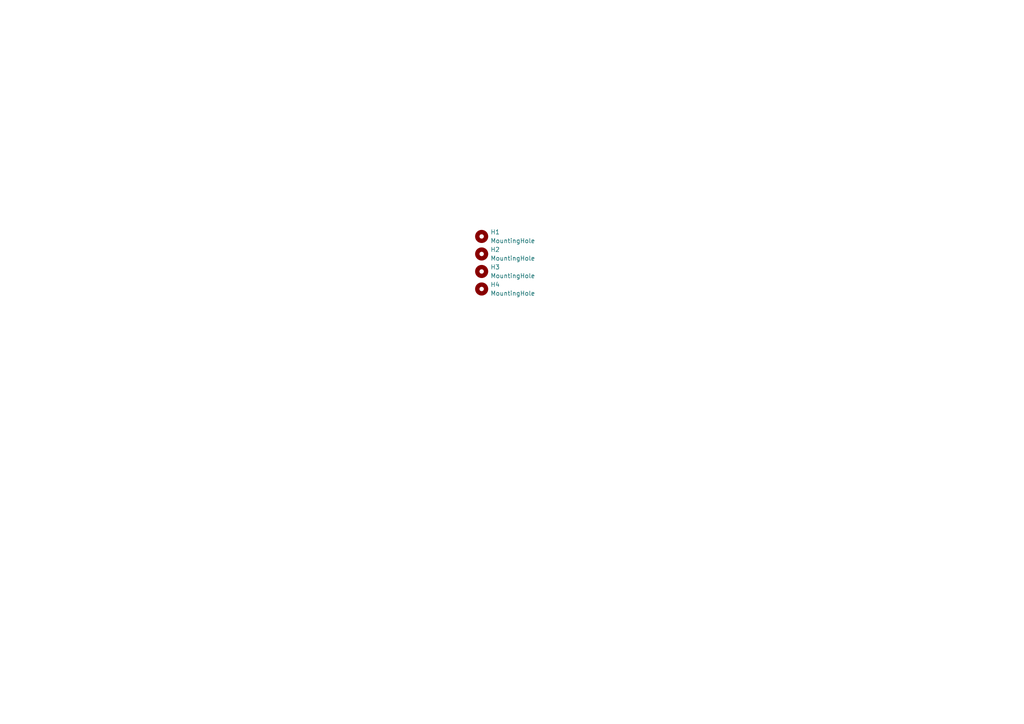
<source format=kicad_sch>
(kicad_sch (version 20211123) (generator eeschema)
  (paper "A4")
  (lib_symbols
    (symbol "Mechanical:MountingHole" (pin_names (offset 1.016))
      (property "Reference" "H" (at 0 5.08 0))
      (property "Value" "MountingHole" (at 0 3.175 0))
      (symbol "MountingHole_0_1"
        (circle (center 0 0) (radius 1.27) (stroke (width 1.27)))
      )
    )
  )
  (symbol (lib_id "Mechanical:MountingHole") (at 139.7 68.58 0) (unit 1)
    (property "Reference" "H1" (at 142.24 67.3099 0) (effects (justify left)))
    (property "Value" "MountingHole" (at 142.24 69.8499 0) (effects (justify left)))
    (property "Footprint" "MountingHole:MountingHole_3.2mm_M3" (effects hide))
  )
  (symbol (lib_id "Mechanical:MountingHole") (at 139.7 83.82 0) (unit 1)
    (property "Reference" "H4" (at 142.24 82.5499 0) (effects (justify left)))
    (property "Value" "MountingHole" (at 142.24 85.0899 0) (effects (justify left)))
    (property "Footprint" "MountingHole:MountingHole_3.2mm_M3" (effects hide))
  )
  (symbol (lib_id "Mechanical:MountingHole") (at 139.7 78.74 0) (unit 1)
    (property "Reference" "H3" (at 142.24 77.4699 0) (effects (justify left)))
    (property "Value" "MountingHole" (at 142.24 80.0099 0) (effects (justify left)))
    (property "Footprint" "MountingHole:MountingHole_3.2mm_M3" (effects hide))
  )
  (symbol (lib_id "Mechanical:MountingHole") (at 139.7 73.66 0) (unit 1)
    (property "Reference" "H2" (at 142.24 72.3899 0) (effects (justify left)))
    (property "Value" "MountingHole" (at 142.24 74.9299 0) (effects (justify left)))
    (property "Footprint" "MountingHole:MountingHole_3.2mm_M3" (effects hide))
  )
)
</source>
